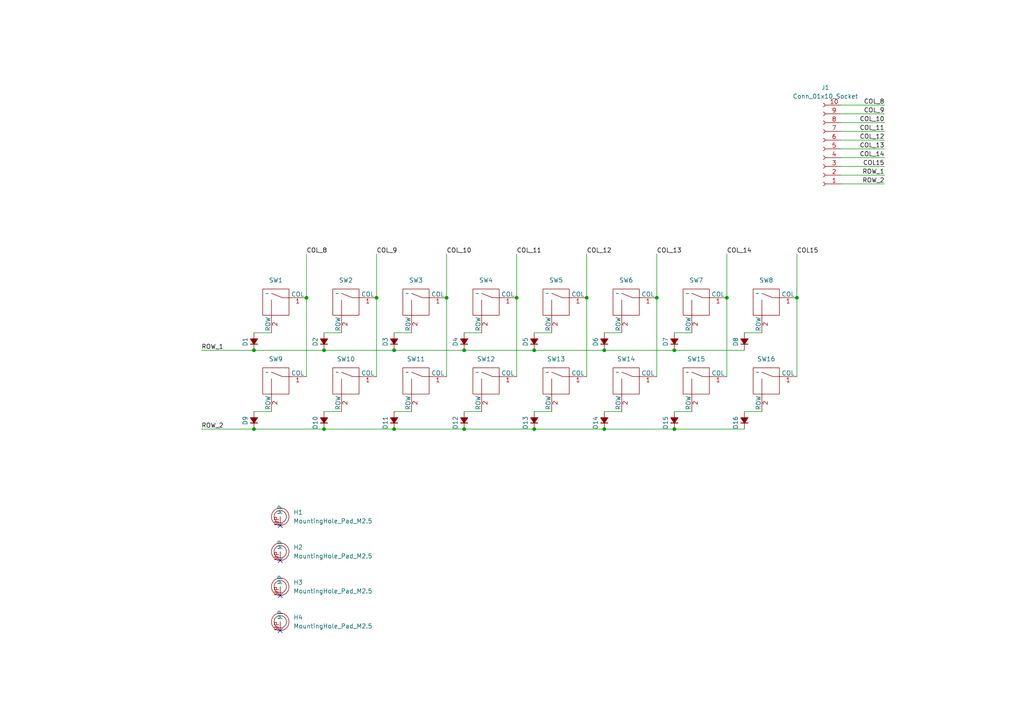
<source format=kicad_sch>
(kicad_sch (version 20230121) (generator eeschema)
  (paper "A4")
  (lib_symbols
    (symbol "Connector:Conn_01x10_Socket" (pin_names (offset 1.016) hide)
      (property "Reference" "J" (at 0 12.7 0))
      (property "Value" "Conn_01x10_Socket" (at 0 -15.24 0))
      (symbol "Conn_01x10_Socket_1_1"
        (arc (start 0 -12.192) (mid -0.5058 -12.7) (end 0 -13.208) (stroke (width 0.1524)))
        (arc (start 0 -9.652) (mid -0.5058 -10.16) (end 0 -10.668) (stroke (width 0.1524)))
        (arc (start 0 -7.112) (mid -0.5058 -7.62) (end 0 -8.128) (stroke (width 0.1524)))
        (arc (start 0 -4.572) (mid -0.5058 -5.08) (end 0 -5.588) (stroke (width 0.1524)))
        (arc (start 0 -2.032) (mid -0.5058 -2.54) (end 0 -3.048) (stroke (width 0.1524)))
        (polyline (pts (xy -1.27 -12.7) (xy -0.508 -12.7)) (stroke (width 0.1524)))
        (polyline (pts (xy -1.27 -10.16) (xy -0.508 -10.16)) (stroke (width 0.1524)))
        (polyline (pts (xy -1.27 -7.62) (xy -0.508 -7.62)) (stroke (width 0.1524)))
        (polyline (pts (xy -1.27 -5.08) (xy -0.508 -5.08)) (stroke (width 0.1524)))
        (polyline (pts (xy -1.27 -2.54) (xy -0.508 -2.54)) (stroke (width 0.1524)))
        (polyline (pts (xy -1.27 0) (xy -0.508 0)) (stroke (width 0.1524)))
        (polyline (pts (xy -1.27 2.54) (xy -0.508 2.54)) (stroke (width 0.1524)))
        (polyline (pts (xy -1.27 5.08) (xy -0.508 5.08)) (stroke (width 0.1524)))
        (polyline (pts (xy -1.27 7.62) (xy -0.508 7.62)) (stroke (width 0.1524)))
        (polyline (pts (xy -1.27 10.16) (xy -0.508 10.16)) (stroke (width 0.1524)))
        (arc (start 0 0.508) (mid -0.5058 0) (end 0 -0.508) (stroke (width 0.1524)))
        (arc (start 0 3.048) (mid -0.5058 2.54) (end 0 2.032) (stroke (width 0.1524)))
        (arc (start 0 5.588) (mid -0.5058 5.08) (end 0 4.572) (stroke (width 0.1524)))
        (arc (start 0 8.128) (mid -0.5058 7.62) (end 0 7.112) (stroke (width 0.1524)))
        (arc (start 0 10.668) (mid -0.5058 10.16) (end 0 9.652) (stroke (width 0.1524)))
        (pin passive line (at -5.08 10.16 0) (length 3.81) (name "Pin_1") (number "1"))
        (pin passive line (at -5.08 -12.7 0) (length 3.81) (name "Pin_10") (number "10"))
        (pin passive line (at -5.08 7.62 0) (length 3.81) (name "Pin_2") (number "2"))
        (pin passive line (at -5.08 5.08 0) (length 3.81) (name "Pin_3") (number "3"))
        (pin passive line (at -5.08 2.54 0) (length 3.81) (name "Pin_4") (number "4"))
        (pin passive line (at -5.08 0 0) (length 3.81) (name "Pin_5") (number "5"))
        (pin passive line (at -5.08 -2.54 0) (length 3.81) (name "Pin_6") (number "6"))
        (pin passive line (at -5.08 -5.08 0) (length 3.81) (name "Pin_7") (number "7"))
        (pin passive line (at -5.08 -7.62 0) (length 3.81) (name "Pin_8") (number "8"))
        (pin passive line (at -5.08 -10.16 0) (length 3.81) (name "Pin_9") (number "9"))
      )
    )
    (symbol "Device:D_Small_Filled" (pin_numbers hide) (pin_names (offset 0.254) hide)
      (property "Reference" "D" (at -1.27 2.032 0))
      (property "Value" "D_Small_Filled" (at -3.81 -2.032 0))
      (symbol "D_Small_Filled_0_1"
        (polyline (pts (xy -0.762 -1.016) (xy -0.762 1.016)) (stroke (width 0.254)))
        (polyline (pts (xy -0.762 0) (xy 0.762 0)))
        (polyline (pts (xy 0.762 -1.016) (xy -0.762 0) (xy 0.762 1.016) (xy 0.762 -1.016)) (stroke (width 0.254)) (fill (type outline)))
      )
      (symbol "D_Small_Filled_1_1"
        (pin passive line (at -2.54 0 0) (length 1.778) (name "K") (number "1"))
        (pin passive line (at 2.54 0 180) (length 1.778) (name "A") (number "2"))
      )
    )
    (symbol "MPP_Mechanical:MountingHole_Pad_M2.5"
      (property "Reference" "H" (at 2.54 2.54 0))
      (property "Value" "MountingHole_Pad_M2.5" (at 0 4.445 0))
      (symbol "MountingHole_Pad_M2.5_0_1"
        (circle (center 0 0) (radius 2.54))
      )
      (symbol "MountingHole_Pad_M2.5_1_1"
        (circle (center 0 0) (radius 1.7961))
        (pin passive line (at 0 -2.54 90) (length 2.54) (name "MP") (number "MP"))
      )
    )
    (symbol "MPP_Switch:SW_KEYBOARD" (pin_names (offset 0))
      (property "Reference" "SW" (at -1.27 3.81 0))
      (symbol "SW_KEYBOARD_0_1"
        (rectangle (start -2.54 2.54) (end 5.08 -5.08))
        (polyline (pts (xy 0 -5.08) (xy 0 -0.635)))
        (polyline (pts (xy 5.08 0) (xy 3.175 0) (xy 0 1.27)))
      )
      (symbol "SW_KEYBOARD_1_1"
        (pin passive line (at 10.16 0 180) (length 5.08) (name "COL") (number "1"))
        (pin passive line (at 0 -10.16 90) (length 5.08) (name "ROW") (number "2"))
      )
    )
  )
  (junction (at 88.9 86.36))
  (junction (at 154.94 124.46))
  (junction (at 93.98 101.6))
  (junction (at 109.22 86.36))
  (junction (at 73.66 101.6))
  (junction (at 154.94 101.6))
  (junction (at 93.98 124.46))
  (junction (at 134.62 124.46))
  (junction (at 114.3 101.6))
  (junction (at 190.5 86.36))
  (junction (at 73.66 124.46))
  (junction (at 175.26 124.46))
  (junction (at 210.82 86.36))
  (junction (at 134.62 101.6))
  (junction (at 231.14 86.36))
  (junction (at 195.58 101.6))
  (junction (at 149.86 86.36))
  (junction (at 114.3 124.46))
  (junction (at 175.26 101.6))
  (junction (at 195.58 124.46))
  (junction (at 170.18 86.36))
  (junction (at 129.54 86.36))
  (no_connect (at 81.28 182.88))
  (no_connect (at 81.28 152.4))
  (no_connect (at 81.28 162.56))
  (no_connect (at 81.28 172.72))
  (wire (pts (xy 215.9 96.52) (xy 220.98 96.52)))
  (wire (pts (xy 190.5 73.66) (xy 190.5 86.36)))
  (wire (pts (xy 195.58 119.38) (xy 200.66 119.38)))
  (wire (pts (xy 243.84 40.64) (xy 256.54 40.64)))
  (wire (pts (xy 73.66 124.46) (xy 93.98 124.46)))
  (wire (pts (xy 88.9 86.36) (xy 88.9 109.22)))
  (wire (pts (xy 114.3 101.6) (xy 134.62 101.6)))
  (wire (pts (xy 170.18 86.36) (xy 170.18 109.22)))
  (wire (pts (xy 243.84 33.02) (xy 256.54 33.02)))
  (wire (pts (xy 134.62 124.46) (xy 154.94 124.46)))
  (wire (pts (xy 93.98 119.38) (xy 99.06 119.38)))
  (wire (pts (xy 175.26 124.46) (xy 195.58 124.46)))
  (wire (pts (xy 243.84 38.1) (xy 256.54 38.1)))
  (wire (pts (xy 154.94 119.38) (xy 160.02 119.38)))
  (wire (pts (xy 195.58 101.6) (xy 215.9 101.6)))
  (wire (pts (xy 58.42 101.6) (xy 73.66 101.6)))
  (wire (pts (xy 243.84 45.72) (xy 256.54 45.72)))
  (wire (pts (xy 210.82 73.66) (xy 210.82 86.36)))
  (wire (pts (xy 134.62 96.52) (xy 139.7 96.52)))
  (wire (pts (xy 134.62 101.6) (xy 154.94 101.6)))
  (wire (pts (xy 243.84 50.8) (xy 256.54 50.8)))
  (wire (pts (xy 88.9 73.66) (xy 88.9 86.36)))
  (wire (pts (xy 175.26 101.6) (xy 195.58 101.6)))
  (wire (pts (xy 93.98 96.52) (xy 99.06 96.52)))
  (wire (pts (xy 175.26 96.52) (xy 180.34 96.52)))
  (wire (pts (xy 129.54 86.36) (xy 129.54 109.22)))
  (wire (pts (xy 243.84 48.26) (xy 256.54 48.26)))
  (wire (pts (xy 210.82 86.36) (xy 210.82 109.22)))
  (wire (pts (xy 195.58 124.46) (xy 215.9 124.46)))
  (wire (pts (xy 243.84 35.56) (xy 256.54 35.56)))
  (wire (pts (xy 149.86 73.66) (xy 149.86 86.36)))
  (wire (pts (xy 73.66 96.52) (xy 78.74 96.52)))
  (wire (pts (xy 93.98 124.46) (xy 114.3 124.46)))
  (wire (pts (xy 114.3 124.46) (xy 134.62 124.46)))
  (wire (pts (xy 109.22 73.66) (xy 109.22 86.36)))
  (wire (pts (xy 243.84 30.48) (xy 256.54 30.48)))
  (wire (pts (xy 215.9 119.38) (xy 220.98 119.38)))
  (wire (pts (xy 93.98 101.6) (xy 114.3 101.6)))
  (wire (pts (xy 58.42 124.46) (xy 73.66 124.46)))
  (wire (pts (xy 154.94 124.46) (xy 175.26 124.46)))
  (wire (pts (xy 195.58 96.52) (xy 200.66 96.52)))
  (wire (pts (xy 231.14 86.36) (xy 231.14 109.22)))
  (wire (pts (xy 154.94 101.6) (xy 175.26 101.6)))
  (wire (pts (xy 114.3 119.38) (xy 119.38 119.38)))
  (wire (pts (xy 129.54 73.66) (xy 129.54 86.36)))
  (wire (pts (xy 114.3 96.52) (xy 119.38 96.52)))
  (wire (pts (xy 231.14 73.66) (xy 231.14 86.36)))
  (wire (pts (xy 190.5 86.36) (xy 190.5 109.22)))
  (wire (pts (xy 73.66 101.6) (xy 93.98 101.6)))
  (wire (pts (xy 109.22 86.36) (xy 109.22 109.22)))
  (wire (pts (xy 170.18 73.66) (xy 170.18 86.36)))
  (wire (pts (xy 243.84 43.18) (xy 256.54 43.18)))
  (wire (pts (xy 154.94 96.52) (xy 160.02 96.52)))
  (wire (pts (xy 134.62 119.38) (xy 139.7 119.38)))
  (wire (pts (xy 243.84 53.34) (xy 256.54 53.34)))
  (wire (pts (xy 175.26 119.38) (xy 180.34 119.38)))
  (wire (pts (xy 73.66 119.38) (xy 78.74 119.38)))
  (wire (pts (xy 149.86 86.36) (xy 149.86 109.22)))
  (label "COL_13" (at 190.5 73.66 0))
  (label "ROW_1" (at 58.42 101.6 0))
  (label "COL_10" (at 129.54 73.66 0))
  (label "COL15" (at 231.14 73.66 0))
  (label "COL_13" (at 256.54 43.18 180))
  (label "COL15" (at 256.54 48.26 180))
  (label "ROW_2" (at 58.42 124.46 0))
  (label "COL_11" (at 149.86 73.66 0))
  (label "COL_10" (at 256.54 35.56 180))
  (label "COL_9" (at 256.54 33.02 180))
  (label "COL_11" (at 256.54 38.1 180))
  (label "ROW_2" (at 256.54 53.34 180))
  (label "COL_14" (at 210.82 73.66 0))
  (label "ROW_1" (at 256.54 50.8 180))
  (label "COL_12" (at 256.54 40.64 180))
  (label "COL_12" (at 170.18 73.66 0))
  (label "COL_8" (at 256.54 30.48 180))
  (label "COL_14" (at 256.54 45.72 180))
  (label "COL_8" (at 88.9 73.66 0))
  (label "COL_9" (at 109.22 73.66 0))
  (symbol (lib_id "Device:D_Small_Filled") (at 134.62 99.06 90) (unit 1)
    (property "Reference" "D4" (at 132.08 97.79 0) (effects (justify right)))
    (property "Value" "D_Small_Filled" (effects hide))
    (property "Footprint" "Diode_SMD:D_SOD-123" (effects hide))
    (property "Sim.Device" "D" (effects hide))
    (property "Sim.Pins" "1=K 2=A" (effects hide))
  )
  (symbol (lib_id "Device:D_Small_Filled") (at 73.66 121.92 90) (unit 1)
    (property "Reference" "D9" (at 71.12 120.65 0) (effects (justify right)))
    (property "Value" "D_Small_Filled" (effects hide))
    (property "Footprint" "Diode_SMD:D_SOD-123" (effects hide))
    (property "Sim.Device" "D" (effects hide))
    (property "Sim.Pins" "1=K 2=A" (effects hide))
  )
  (symbol (lib_id "Connector:Conn_01x10_Socket") (at 238.76 43.18 180) (unit 1)
    (property "Reference" "J1" (at 239.395 25.4 0))
    (property "Value" "Conn_01x10_Socket" (at 239.395 27.94 0))
    (property "Footprint" "Connector_FFC-FPC:Hirose_FH12-10S-0.5SH_1x10-1MP_P0.50mm_Horizontal" (effects hide))
  )
  (symbol (lib_id "Device:D_Small_Filled") (at 114.3 121.92 90) (unit 1)
    (property "Reference" "D11" (at 111.76 120.65 0) (effects (justify right)))
    (property "Value" "D_Small_Filled" (effects hide))
    (property "Footprint" "Diode_SMD:D_SOD-123" (effects hide))
    (property "Sim.Device" "D" (effects hide))
    (property "Sim.Pins" "1=K 2=A" (effects hide))
  )
  (symbol (lib_id "MPP_Switch:SW_KEYBOARD") (at 220.98 86.36 0) (unit 1)
    (property "Reference" "SW8" (at 222.25 81.28 0))
    (property "Value" "~" (at 219.71 85.09 0))
    (property "Footprint" "Button_Switch_Keyboard:SW_Cherry_MX_1.00u_PCB" (effects hide))
  )
  (symbol (lib_id "MPP_Switch:SW_KEYBOARD") (at 119.38 86.36 0) (unit 1)
    (property "Reference" "SW3" (at 120.65 81.28 0))
    (property "Value" "~" (at 118.11 85.09 0))
    (property "Footprint" "Button_Switch_Keyboard:SW_Cherry_MX_1.00u_PCB" (effects hide))
  )
  (symbol (lib_id "MPP_Switch:SW_KEYBOARD") (at 160.02 109.22 0) (unit 1)
    (property "Reference" "SW13" (at 161.29 104.14 0))
    (property "Value" "~" (at 158.75 107.95 0))
    (property "Footprint" "Button_Switch_Keyboard:SW_Cherry_MX_1.00u_PCB" (effects hide))
  )
  (symbol (lib_id "MPP_Switch:SW_KEYBOARD") (at 200.66 109.22 0) (unit 1)
    (property "Reference" "SW15" (at 201.93 104.14 0))
    (property "Value" "~" (at 199.39 107.95 0))
    (property "Footprint" "Button_Switch_Keyboard:SW_Cherry_MX_1.00u_PCB" (effects hide))
  )
  (symbol (lib_id "MPP_Switch:SW_KEYBOARD") (at 160.02 86.36 0) (unit 1)
    (property "Reference" "SW5" (at 161.29 81.28 0))
    (property "Value" "~" (at 158.75 85.09 0))
    (property "Footprint" "Button_Switch_Keyboard:SW_Cherry_MX_1.00u_PCB" (effects hide))
  )
  (symbol (lib_id "MPP_Mechanical:MountingHole_Pad_M2.5") (at 81.28 170.18 0) (unit 1)
    (property "Reference" "H3" (at 85.09 168.91 0) (effects (justify left)))
    (property "Value" "MountingHole_Pad_M2.5" (at 85.09 171.45 0) (effects (justify left)))
    (property "Footprint" "MPP_MountingHole:MountingHole_M2.5" (effects hide))
  )
  (symbol (lib_id "Device:D_Small_Filled") (at 154.94 99.06 90) (unit 1)
    (property "Reference" "D5" (at 152.4 97.79 0) (effects (justify right)))
    (property "Value" "D_Small_Filled" (effects hide))
    (property "Footprint" "Diode_SMD:D_SOD-123" (effects hide))
    (property "Sim.Device" "D" (effects hide))
    (property "Sim.Pins" "1=K 2=A" (effects hide))
  )
  (symbol (lib_id "MPP_Switch:SW_KEYBOARD") (at 99.06 109.22 0) (unit 1)
    (property "Reference" "SW10" (at 100.33 104.14 0))
    (property "Value" "~" (at 97.79 107.95 0))
    (property "Footprint" "Button_Switch_Keyboard:SW_Cherry_MX_1.00u_PCB" (effects hide))
  )
  (symbol (lib_id "Device:D_Small_Filled") (at 114.3 99.06 90) (unit 1)
    (property "Reference" "D3" (at 111.76 97.79 0) (effects (justify right)))
    (property "Value" "D_Small_Filled" (effects hide))
    (property "Footprint" "Diode_SMD:D_SOD-123" (effects hide))
    (property "Sim.Device" "D" (effects hide))
    (property "Sim.Pins" "1=K 2=A" (effects hide))
  )
  (symbol (lib_id "MPP_Switch:SW_KEYBOARD") (at 180.34 86.36 0) (unit 1)
    (property "Reference" "SW6" (at 181.61 81.28 0))
    (property "Value" "~" (at 179.07 85.09 0))
    (property "Footprint" "Button_Switch_Keyboard:SW_Cherry_MX_1.00u_PCB" (effects hide))
  )
  (symbol (lib_id "MPP_Switch:SW_KEYBOARD") (at 220.98 109.22 0) (unit 1)
    (property "Reference" "SW16" (at 222.25 104.14 0))
    (property "Value" "~" (at 219.71 107.95 0))
    (property "Footprint" "Button_Switch_Keyboard:SW_Cherry_MX_1.00u_PCB" (effects hide))
  )
  (symbol (lib_id "MPP_Mechanical:MountingHole_Pad_M2.5") (at 81.28 160.02 0) (unit 1)
    (property "Reference" "H2" (at 85.09 158.75 0) (effects (justify left)))
    (property "Value" "MountingHole_Pad_M2.5" (at 85.09 161.29 0) (effects (justify left)))
    (property "Footprint" "MPP_MountingHole:MountingHole_M2.5" (effects hide))
  )
  (symbol (lib_id "Device:D_Small_Filled") (at 215.9 121.92 90) (unit 1)
    (property "Reference" "D16" (at 213.36 120.65 0) (effects (justify right)))
    (property "Value" "D_Small_Filled" (effects hide))
    (property "Footprint" "Diode_SMD:D_SOD-123" (effects hide))
    (property "Sim.Device" "D" (effects hide))
    (property "Sim.Pins" "1=K 2=A" (effects hide))
  )
  (symbol (lib_id "Device:D_Small_Filled") (at 175.26 99.06 90) (unit 1)
    (property "Reference" "D6" (at 172.72 97.79 0) (effects (justify right)))
    (property "Value" "D_Small_Filled" (effects hide))
    (property "Footprint" "Diode_SMD:D_SOD-123" (effects hide))
    (property "Sim.Device" "D" (effects hide))
    (property "Sim.Pins" "1=K 2=A" (effects hide))
  )
  (symbol (lib_id "MPP_Switch:SW_KEYBOARD") (at 139.7 109.22 0) (unit 1)
    (property "Reference" "SW12" (at 140.97 104.14 0))
    (property "Value" "~" (at 138.43 107.95 0))
    (property "Footprint" "Button_Switch_Keyboard:SW_Cherry_MX_1.00u_PCB" (effects hide))
  )
  (symbol (lib_id "Device:D_Small_Filled") (at 134.62 121.92 90) (unit 1)
    (property "Reference" "D12" (at 132.08 120.65 0) (effects (justify right)))
    (property "Value" "D_Small_Filled" (effects hide))
    (property "Footprint" "Diode_SMD:D_SOD-123" (effects hide))
    (property "Sim.Device" "D" (effects hide))
    (property "Sim.Pins" "1=K 2=A" (effects hide))
  )
  (symbol (lib_id "MPP_Switch:SW_KEYBOARD") (at 78.74 86.36 0) (unit 1)
    (property "Reference" "SW1" (at 80.01 81.28 0))
    (property "Value" "~" (at 77.47 85.09 0))
    (property "Footprint" "Button_Switch_Keyboard:SW_Cherry_MX_1.00u_PCB" (effects hide))
  )
  (symbol (lib_id "MPP_Mechanical:MountingHole_Pad_M2.5") (at 81.28 149.86 0) (unit 1)
    (property "Reference" "H1" (at 85.09 148.59 0) (effects (justify left)))
    (property "Value" "MountingHole_Pad_M2.5" (at 85.09 151.13 0) (effects (justify left)))
    (property "Footprint" "MPP_MountingHole:MountingHole_M2.5" (effects hide))
  )
  (symbol (lib_id "MPP_Switch:SW_KEYBOARD") (at 200.66 86.36 0) (unit 1)
    (property "Reference" "SW7" (at 201.93 81.28 0))
    (property "Value" "~" (at 199.39 85.09 0))
    (property "Footprint" "Button_Switch_Keyboard:SW_Cherry_MX_1.00u_PCB" (effects hide))
  )
  (symbol (lib_id "MPP_Switch:SW_KEYBOARD") (at 99.06 86.36 0) (unit 1)
    (property "Reference" "SW2" (at 100.33 81.28 0))
    (property "Value" "~" (at 97.79 85.09 0))
    (property "Footprint" "Button_Switch_Keyboard:SW_Cherry_MX_1.00u_PCB" (effects hide))
  )
  (symbol (lib_id "Device:D_Small_Filled") (at 93.98 99.06 90) (unit 1)
    (property "Reference" "D2" (at 91.44 97.79 0) (effects (justify right)))
    (property "Value" "D_Small_Filled" (effects hide))
    (property "Footprint" "Diode_SMD:D_SOD-123" (effects hide))
    (property "Sim.Device" "D" (effects hide))
    (property "Sim.Pins" "1=K 2=A" (effects hide))
  )
  (symbol (lib_id "MPP_Mechanical:MountingHole_Pad_M2.5") (at 81.28 180.34 0) (unit 1)
    (property "Reference" "H4" (at 85.09 179.07 0) (effects (justify left)))
    (property "Value" "MountingHole_Pad_M2.5" (at 85.09 181.61 0) (effects (justify left)))
    (property "Footprint" "MPP_MountingHole:MountingHole_M2.5" (effects hide))
  )
  (symbol (lib_id "MPP_Switch:SW_KEYBOARD") (at 139.7 86.36 0) (unit 1)
    (property "Reference" "SW4" (at 140.97 81.28 0))
    (property "Value" "~" (at 138.43 85.09 0))
    (property "Footprint" "Button_Switch_Keyboard:SW_Cherry_MX_1.00u_PCB" (effects hide))
  )
  (symbol (lib_id "Device:D_Small_Filled") (at 195.58 121.92 90) (unit 1)
    (property "Reference" "D15" (at 193.04 120.65 0) (effects (justify right)))
    (property "Value" "D_Small_Filled" (effects hide))
    (property "Footprint" "Diode_SMD:D_SOD-123" (effects hide))
    (property "Sim.Device" "D" (effects hide))
    (property "Sim.Pins" "1=K 2=A" (effects hide))
  )
  (symbol (lib_id "Device:D_Small_Filled") (at 154.94 121.92 90) (unit 1)
    (property "Reference" "D13" (at 152.4 120.65 0) (effects (justify right)))
    (property "Value" "D_Small_Filled" (effects hide))
    (property "Footprint" "Diode_SMD:D_SOD-123" (effects hide))
    (property "Sim.Device" "D" (effects hide))
    (property "Sim.Pins" "1=K 2=A" (effects hide))
  )
  (symbol (lib_id "Device:D_Small_Filled") (at 215.9 99.06 90) (unit 1)
    (property "Reference" "D8" (at 213.36 97.79 0) (effects (justify right)))
    (property "Value" "D_Small_Filled" (effects hide))
    (property "Footprint" "Diode_SMD:D_SOD-123" (effects hide))
    (property "Sim.Device" "D" (effects hide))
    (property "Sim.Pins" "1=K 2=A" (effects hide))
  )
  (symbol (lib_id "Device:D_Small_Filled") (at 195.58 99.06 90) (unit 1)
    (property "Reference" "D7" (at 193.04 97.79 0) (effects (justify right)))
    (property "Value" "D_Small_Filled" (effects hide))
    (property "Footprint" "Diode_SMD:D_SOD-123" (effects hide))
    (property "Sim.Device" "D" (effects hide))
    (property "Sim.Pins" "1=K 2=A" (effects hide))
  )
  (symbol (lib_id "MPP_Switch:SW_KEYBOARD") (at 180.34 109.22 0) (unit 1)
    (property "Reference" "SW14" (at 181.61 104.14 0))
    (property "Value" "~" (at 179.07 107.95 0))
    (property "Footprint" "Button_Switch_Keyboard:SW_Cherry_MX_1.00u_PCB" (effects hide))
  )
  (symbol (lib_id "MPP_Switch:SW_KEYBOARD") (at 119.38 109.22 0) (unit 1)
    (property "Reference" "SW11" (at 120.65 104.14 0))
    (property "Value" "~" (at 118.11 107.95 0))
    (property "Footprint" "Button_Switch_Keyboard:SW_Cherry_MX_1.00u_PCB" (effects hide))
  )
  (symbol (lib_id "Device:D_Small_Filled") (at 93.98 121.92 90) (unit 1)
    (property "Reference" "D10" (at 91.44 120.65 0) (effects (justify right)))
    (property "Value" "D_Small_Filled" (effects hide))
    (property "Footprint" "Diode_SMD:D_SOD-123" (effects hide))
    (property "Sim.Device" "D" (effects hide))
    (property "Sim.Pins" "1=K 2=A" (effects hide))
  )
  (symbol (lib_id "MPP_Switch:SW_KEYBOARD") (at 78.74 109.22 0) (unit 1)
    (property "Reference" "SW9" (at 80.01 104.14 0))
    (property "Value" "~" (at 77.47 107.95 0))
    (property "Footprint" "Button_Switch_Keyboard:SW_Cherry_MX_1.00u_PCB" (effects hide))
  )
  (symbol (lib_id "Device:D_Small_Filled") (at 73.66 99.06 90) (unit 1)
    (property "Reference" "D1" (at 71.12 97.79 0) (effects (justify right)))
    (property "Value" "D_Small_Filled" (effects hide))
    (property "Footprint" "Diode_SMD:D_SOD-123" (effects hide))
    (property "Sim.Device" "D" (effects hide))
    (property "Sim.Pins" "1=K 2=A" (effects hide))
  )
  (symbol (lib_id "Device:D_Small_Filled") (at 175.26 121.92 90) (unit 1)
    (property "Reference" "D14" (at 172.72 120.65 0) (effects (justify right)))
    (property "Value" "D_Small_Filled" (effects hide))
    (property "Footprint" "Diode_SMD:D_SOD-123" (effects hide))
    (property "Sim.Device" "D" (effects hide))
    (property "Sim.Pins" "1=K 2=A" (effects hide))
  )
)
</source>
